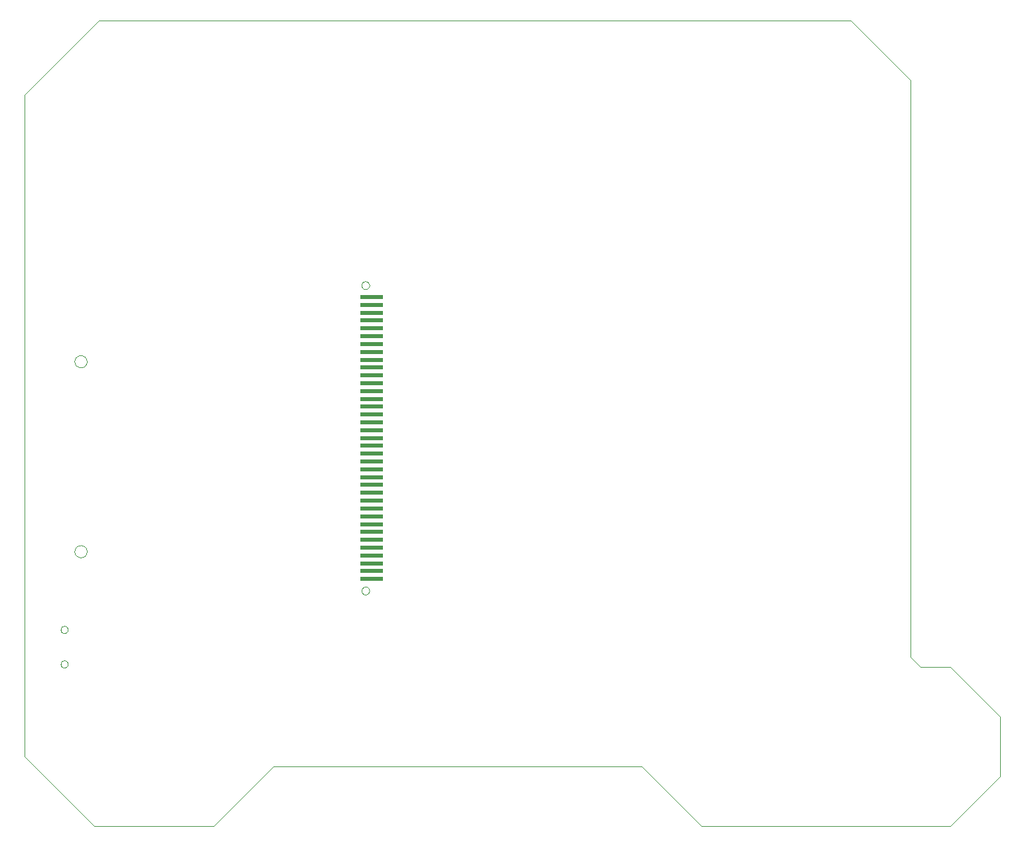
<source format=gbp>
G75*
G70*
%OFA0B0*%
%FSLAX24Y24*%
%IPPOS*%
%LPD*%
%AMOC8*
5,1,8,0,0,1.08239X$1,22.5*
%
%ADD10C,0.0000*%
%ADD11R,0.1181X0.0197*%
D10*
X002141Y003600D02*
X005641Y000100D01*
X011641Y000100D01*
X014641Y003100D01*
X033141Y003100D01*
X036141Y000100D01*
X048641Y000100D01*
X051141Y002600D01*
X051141Y005600D01*
X048641Y008100D01*
X047141Y008100D01*
X046641Y008600D01*
X046641Y037600D01*
X043641Y040600D01*
X005891Y040600D01*
X002141Y036850D01*
X002141Y003600D01*
X003964Y008234D02*
X003966Y008260D01*
X003972Y008286D01*
X003982Y008311D01*
X003995Y008334D01*
X004011Y008354D01*
X004031Y008372D01*
X004053Y008387D01*
X004076Y008399D01*
X004102Y008407D01*
X004128Y008411D01*
X004154Y008411D01*
X004180Y008407D01*
X004206Y008399D01*
X004230Y008387D01*
X004251Y008372D01*
X004271Y008354D01*
X004287Y008334D01*
X004300Y008311D01*
X004310Y008286D01*
X004316Y008260D01*
X004318Y008234D01*
X004316Y008208D01*
X004310Y008182D01*
X004300Y008157D01*
X004287Y008134D01*
X004271Y008114D01*
X004251Y008096D01*
X004229Y008081D01*
X004206Y008069D01*
X004180Y008061D01*
X004154Y008057D01*
X004128Y008057D01*
X004102Y008061D01*
X004076Y008069D01*
X004052Y008081D01*
X004031Y008096D01*
X004011Y008114D01*
X003995Y008134D01*
X003982Y008157D01*
X003972Y008182D01*
X003966Y008208D01*
X003964Y008234D01*
X003964Y009966D02*
X003966Y009992D01*
X003972Y010018D01*
X003982Y010043D01*
X003995Y010066D01*
X004011Y010086D01*
X004031Y010104D01*
X004053Y010119D01*
X004076Y010131D01*
X004102Y010139D01*
X004128Y010143D01*
X004154Y010143D01*
X004180Y010139D01*
X004206Y010131D01*
X004230Y010119D01*
X004251Y010104D01*
X004271Y010086D01*
X004287Y010066D01*
X004300Y010043D01*
X004310Y010018D01*
X004316Y009992D01*
X004318Y009966D01*
X004316Y009940D01*
X004310Y009914D01*
X004300Y009889D01*
X004287Y009866D01*
X004271Y009846D01*
X004251Y009828D01*
X004229Y009813D01*
X004206Y009801D01*
X004180Y009793D01*
X004154Y009789D01*
X004128Y009789D01*
X004102Y009793D01*
X004076Y009801D01*
X004052Y009813D01*
X004031Y009828D01*
X004011Y009846D01*
X003995Y009866D01*
X003982Y009889D01*
X003972Y009914D01*
X003966Y009940D01*
X003964Y009966D01*
X004663Y013899D02*
X004665Y013934D01*
X004671Y013968D01*
X004681Y014001D01*
X004694Y014034D01*
X004711Y014064D01*
X004732Y014092D01*
X004755Y014118D01*
X004782Y014141D01*
X004810Y014160D01*
X004841Y014176D01*
X004874Y014189D01*
X004907Y014198D01*
X004942Y014203D01*
X004977Y014204D01*
X005011Y014201D01*
X005046Y014194D01*
X005079Y014183D01*
X005110Y014169D01*
X005140Y014151D01*
X005168Y014130D01*
X005193Y014105D01*
X005215Y014078D01*
X005234Y014049D01*
X005249Y014018D01*
X005261Y013985D01*
X005269Y013951D01*
X005273Y013916D01*
X005273Y013882D01*
X005269Y013847D01*
X005261Y013813D01*
X005249Y013780D01*
X005234Y013749D01*
X005215Y013720D01*
X005193Y013693D01*
X005168Y013668D01*
X005140Y013647D01*
X005110Y013629D01*
X005079Y013615D01*
X005046Y013604D01*
X005011Y013597D01*
X004977Y013594D01*
X004942Y013595D01*
X004907Y013600D01*
X004874Y013609D01*
X004841Y013622D01*
X004810Y013638D01*
X004782Y013657D01*
X004755Y013680D01*
X004732Y013706D01*
X004711Y013734D01*
X004694Y013764D01*
X004681Y013797D01*
X004671Y013830D01*
X004665Y013864D01*
X004663Y013899D01*
X004663Y023450D02*
X004665Y023485D01*
X004671Y023519D01*
X004681Y023552D01*
X004694Y023585D01*
X004711Y023615D01*
X004732Y023643D01*
X004755Y023669D01*
X004782Y023692D01*
X004810Y023711D01*
X004841Y023727D01*
X004874Y023740D01*
X004907Y023749D01*
X004942Y023754D01*
X004977Y023755D01*
X005011Y023752D01*
X005046Y023745D01*
X005079Y023734D01*
X005110Y023720D01*
X005140Y023702D01*
X005168Y023681D01*
X005193Y023656D01*
X005215Y023629D01*
X005234Y023600D01*
X005249Y023569D01*
X005261Y023536D01*
X005269Y023502D01*
X005273Y023467D01*
X005273Y023433D01*
X005269Y023398D01*
X005261Y023364D01*
X005249Y023331D01*
X005234Y023300D01*
X005215Y023271D01*
X005193Y023244D01*
X005168Y023219D01*
X005140Y023198D01*
X005110Y023180D01*
X005079Y023166D01*
X005046Y023155D01*
X005011Y023148D01*
X004977Y023145D01*
X004942Y023146D01*
X004907Y023151D01*
X004874Y023160D01*
X004841Y023173D01*
X004810Y023189D01*
X004782Y023208D01*
X004755Y023231D01*
X004732Y023257D01*
X004711Y023285D01*
X004694Y023315D01*
X004681Y023348D01*
X004671Y023381D01*
X004665Y023415D01*
X004663Y023450D01*
X019074Y027277D02*
X019076Y027304D01*
X019082Y027331D01*
X019091Y027357D01*
X019104Y027381D01*
X019120Y027404D01*
X019139Y027423D01*
X019161Y027440D01*
X019185Y027454D01*
X019210Y027464D01*
X019237Y027471D01*
X019264Y027474D01*
X019292Y027473D01*
X019319Y027468D01*
X019345Y027460D01*
X019369Y027448D01*
X019392Y027432D01*
X019413Y027414D01*
X019430Y027393D01*
X019445Y027369D01*
X019456Y027344D01*
X019464Y027318D01*
X019468Y027291D01*
X019468Y027263D01*
X019464Y027236D01*
X019456Y027210D01*
X019445Y027185D01*
X019430Y027161D01*
X019413Y027140D01*
X019392Y027122D01*
X019370Y027106D01*
X019345Y027094D01*
X019319Y027086D01*
X019292Y027081D01*
X019264Y027080D01*
X019237Y027083D01*
X019210Y027090D01*
X019185Y027100D01*
X019161Y027114D01*
X019139Y027131D01*
X019120Y027150D01*
X019104Y027173D01*
X019091Y027197D01*
X019082Y027223D01*
X019076Y027250D01*
X019074Y027277D01*
X019074Y011923D02*
X019076Y011950D01*
X019082Y011977D01*
X019091Y012003D01*
X019104Y012027D01*
X019120Y012050D01*
X019139Y012069D01*
X019161Y012086D01*
X019185Y012100D01*
X019210Y012110D01*
X019237Y012117D01*
X019264Y012120D01*
X019292Y012119D01*
X019319Y012114D01*
X019345Y012106D01*
X019369Y012094D01*
X019392Y012078D01*
X019413Y012060D01*
X019430Y012039D01*
X019445Y012015D01*
X019456Y011990D01*
X019464Y011964D01*
X019468Y011937D01*
X019468Y011909D01*
X019464Y011882D01*
X019456Y011856D01*
X019445Y011831D01*
X019430Y011807D01*
X019413Y011786D01*
X019392Y011768D01*
X019370Y011752D01*
X019345Y011740D01*
X019319Y011732D01*
X019292Y011727D01*
X019264Y011726D01*
X019237Y011729D01*
X019210Y011736D01*
X019185Y011746D01*
X019161Y011760D01*
X019139Y011777D01*
X019120Y011796D01*
X019104Y011819D01*
X019091Y011843D01*
X019082Y011869D01*
X019076Y011896D01*
X019074Y011923D01*
D11*
X019574Y012513D03*
X019574Y012907D03*
X019574Y013301D03*
X019574Y013694D03*
X019574Y014088D03*
X019574Y014482D03*
X019574Y014876D03*
X019574Y015269D03*
X019574Y015663D03*
X019574Y016057D03*
X019574Y016450D03*
X019574Y016844D03*
X019574Y017238D03*
X019574Y017631D03*
X019574Y018025D03*
X019574Y018419D03*
X019574Y018813D03*
X019574Y019206D03*
X019574Y019600D03*
X019574Y019994D03*
X019574Y020387D03*
X019574Y020781D03*
X019574Y021175D03*
X019574Y021569D03*
X019574Y021962D03*
X019574Y022356D03*
X019574Y022750D03*
X019574Y023143D03*
X019574Y023537D03*
X019574Y023931D03*
X019574Y024324D03*
X019574Y024718D03*
X019574Y025112D03*
X019574Y025506D03*
X019574Y025899D03*
X019574Y026293D03*
X019574Y026687D03*
M02*

</source>
